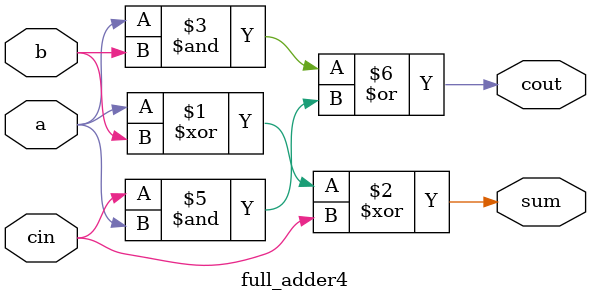
<source format=v>
module full_adder4(a,b,cin,sum,cout);
input a,b,cin;
output sum,cout;
assign sum = a^b^cin;
assign cout = a&b|cin&(a|1'b0); 
// initial begin
//     $display("The incorrect adder with or0 having in2/0");
// end   
endmodule
</source>
